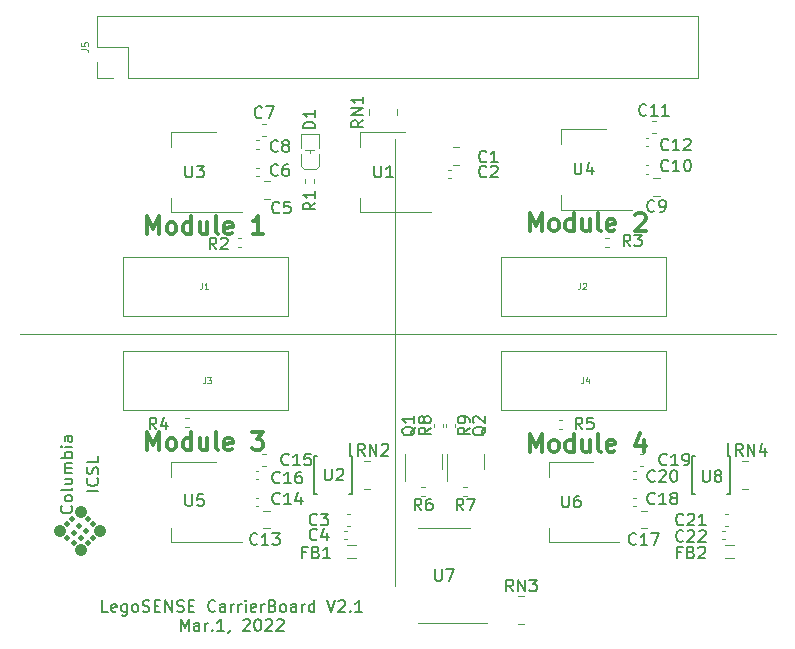
<source format=gbr>
%TF.GenerationSoftware,KiCad,Pcbnew,(6.0.0-0)*%
%TF.CreationDate,2023-03-08T15:11:31-05:00*%
%TF.ProjectId,carrier-board,63617272-6965-4722-9d62-6f6172642e6b,rev?*%
%TF.SameCoordinates,Original*%
%TF.FileFunction,Legend,Top*%
%TF.FilePolarity,Positive*%
%FSLAX46Y46*%
G04 Gerber Fmt 4.6, Leading zero omitted, Abs format (unit mm)*
G04 Created by KiCad (PCBNEW (6.0.0-0)) date 2023-03-08 15:11:31*
%MOMM*%
%LPD*%
G01*
G04 APERTURE LIST*
%ADD10C,0.120000*%
%ADD11C,0.300000*%
%ADD12C,0.150000*%
%ADD13C,0.100000*%
%ADD14C,0.080000*%
%ADD15C,0.200000*%
%ADD16C,1.000000*%
%ADD17C,0.500000*%
G04 APERTURE END LIST*
D10*
X107308800Y-105296000D02*
X107308800Y-143142000D01*
X75500000Y-121755200D02*
X139500000Y-121755200D01*
D11*
X86322657Y-113340571D02*
X86322657Y-111840571D01*
X86822657Y-112912000D01*
X87322657Y-111840571D01*
X87322657Y-113340571D01*
X88251228Y-113340571D02*
X88108371Y-113269142D01*
X88036942Y-113197714D01*
X87965514Y-113054857D01*
X87965514Y-112626285D01*
X88036942Y-112483428D01*
X88108371Y-112412000D01*
X88251228Y-112340571D01*
X88465514Y-112340571D01*
X88608371Y-112412000D01*
X88679800Y-112483428D01*
X88751228Y-112626285D01*
X88751228Y-113054857D01*
X88679800Y-113197714D01*
X88608371Y-113269142D01*
X88465514Y-113340571D01*
X88251228Y-113340571D01*
X90036942Y-113340571D02*
X90036942Y-111840571D01*
X90036942Y-113269142D02*
X89894085Y-113340571D01*
X89608371Y-113340571D01*
X89465514Y-113269142D01*
X89394085Y-113197714D01*
X89322657Y-113054857D01*
X89322657Y-112626285D01*
X89394085Y-112483428D01*
X89465514Y-112412000D01*
X89608371Y-112340571D01*
X89894085Y-112340571D01*
X90036942Y-112412000D01*
X91394085Y-112340571D02*
X91394085Y-113340571D01*
X90751228Y-112340571D02*
X90751228Y-113126285D01*
X90822657Y-113269142D01*
X90965514Y-113340571D01*
X91179800Y-113340571D01*
X91322657Y-113269142D01*
X91394085Y-113197714D01*
X92322657Y-113340571D02*
X92179800Y-113269142D01*
X92108371Y-113126285D01*
X92108371Y-111840571D01*
X93465514Y-113269142D02*
X93322657Y-113340571D01*
X93036942Y-113340571D01*
X92894085Y-113269142D01*
X92822657Y-113126285D01*
X92822657Y-112554857D01*
X92894085Y-112412000D01*
X93036942Y-112340571D01*
X93322657Y-112340571D01*
X93465514Y-112412000D01*
X93536942Y-112554857D01*
X93536942Y-112697714D01*
X92822657Y-112840571D01*
X96108371Y-113340571D02*
X95251228Y-113340571D01*
X95679800Y-113340571D02*
X95679800Y-111840571D01*
X95536942Y-112054857D01*
X95394085Y-112197714D01*
X95251228Y-112269142D01*
X118707657Y-113086571D02*
X118707657Y-111586571D01*
X119207657Y-112658000D01*
X119707657Y-111586571D01*
X119707657Y-113086571D01*
X120636228Y-113086571D02*
X120493371Y-113015142D01*
X120421942Y-112943714D01*
X120350514Y-112800857D01*
X120350514Y-112372285D01*
X120421942Y-112229428D01*
X120493371Y-112158000D01*
X120636228Y-112086571D01*
X120850514Y-112086571D01*
X120993371Y-112158000D01*
X121064800Y-112229428D01*
X121136228Y-112372285D01*
X121136228Y-112800857D01*
X121064800Y-112943714D01*
X120993371Y-113015142D01*
X120850514Y-113086571D01*
X120636228Y-113086571D01*
X122421942Y-113086571D02*
X122421942Y-111586571D01*
X122421942Y-113015142D02*
X122279085Y-113086571D01*
X121993371Y-113086571D01*
X121850514Y-113015142D01*
X121779085Y-112943714D01*
X121707657Y-112800857D01*
X121707657Y-112372285D01*
X121779085Y-112229428D01*
X121850514Y-112158000D01*
X121993371Y-112086571D01*
X122279085Y-112086571D01*
X122421942Y-112158000D01*
X123779085Y-112086571D02*
X123779085Y-113086571D01*
X123136228Y-112086571D02*
X123136228Y-112872285D01*
X123207657Y-113015142D01*
X123350514Y-113086571D01*
X123564800Y-113086571D01*
X123707657Y-113015142D01*
X123779085Y-112943714D01*
X124707657Y-113086571D02*
X124564800Y-113015142D01*
X124493371Y-112872285D01*
X124493371Y-111586571D01*
X125850514Y-113015142D02*
X125707657Y-113086571D01*
X125421942Y-113086571D01*
X125279085Y-113015142D01*
X125207657Y-112872285D01*
X125207657Y-112300857D01*
X125279085Y-112158000D01*
X125421942Y-112086571D01*
X125707657Y-112086571D01*
X125850514Y-112158000D01*
X125921942Y-112300857D01*
X125921942Y-112443714D01*
X125207657Y-112586571D01*
X127636228Y-111729428D02*
X127707657Y-111658000D01*
X127850514Y-111586571D01*
X128207657Y-111586571D01*
X128350514Y-111658000D01*
X128421942Y-111729428D01*
X128493371Y-111872285D01*
X128493371Y-112015142D01*
X128421942Y-112229428D01*
X127564800Y-113086571D01*
X128493371Y-113086571D01*
X118707657Y-131755571D02*
X118707657Y-130255571D01*
X119207657Y-131327000D01*
X119707657Y-130255571D01*
X119707657Y-131755571D01*
X120636228Y-131755571D02*
X120493371Y-131684142D01*
X120421942Y-131612714D01*
X120350514Y-131469857D01*
X120350514Y-131041285D01*
X120421942Y-130898428D01*
X120493371Y-130827000D01*
X120636228Y-130755571D01*
X120850514Y-130755571D01*
X120993371Y-130827000D01*
X121064800Y-130898428D01*
X121136228Y-131041285D01*
X121136228Y-131469857D01*
X121064800Y-131612714D01*
X120993371Y-131684142D01*
X120850514Y-131755571D01*
X120636228Y-131755571D01*
X122421942Y-131755571D02*
X122421942Y-130255571D01*
X122421942Y-131684142D02*
X122279085Y-131755571D01*
X121993371Y-131755571D01*
X121850514Y-131684142D01*
X121779085Y-131612714D01*
X121707657Y-131469857D01*
X121707657Y-131041285D01*
X121779085Y-130898428D01*
X121850514Y-130827000D01*
X121993371Y-130755571D01*
X122279085Y-130755571D01*
X122421942Y-130827000D01*
X123779085Y-130755571D02*
X123779085Y-131755571D01*
X123136228Y-130755571D02*
X123136228Y-131541285D01*
X123207657Y-131684142D01*
X123350514Y-131755571D01*
X123564800Y-131755571D01*
X123707657Y-131684142D01*
X123779085Y-131612714D01*
X124707657Y-131755571D02*
X124564800Y-131684142D01*
X124493371Y-131541285D01*
X124493371Y-130255571D01*
X125850514Y-131684142D02*
X125707657Y-131755571D01*
X125421942Y-131755571D01*
X125279085Y-131684142D01*
X125207657Y-131541285D01*
X125207657Y-130969857D01*
X125279085Y-130827000D01*
X125421942Y-130755571D01*
X125707657Y-130755571D01*
X125850514Y-130827000D01*
X125921942Y-130969857D01*
X125921942Y-131112714D01*
X125207657Y-131255571D01*
X128350514Y-130755571D02*
X128350514Y-131755571D01*
X127993371Y-130184142D02*
X127636228Y-131255571D01*
X128564800Y-131255571D01*
X86322657Y-131628571D02*
X86322657Y-130128571D01*
X86822657Y-131200000D01*
X87322657Y-130128571D01*
X87322657Y-131628571D01*
X88251228Y-131628571D02*
X88108371Y-131557142D01*
X88036942Y-131485714D01*
X87965514Y-131342857D01*
X87965514Y-130914285D01*
X88036942Y-130771428D01*
X88108371Y-130700000D01*
X88251228Y-130628571D01*
X88465514Y-130628571D01*
X88608371Y-130700000D01*
X88679800Y-130771428D01*
X88751228Y-130914285D01*
X88751228Y-131342857D01*
X88679800Y-131485714D01*
X88608371Y-131557142D01*
X88465514Y-131628571D01*
X88251228Y-131628571D01*
X90036942Y-131628571D02*
X90036942Y-130128571D01*
X90036942Y-131557142D02*
X89894085Y-131628571D01*
X89608371Y-131628571D01*
X89465514Y-131557142D01*
X89394085Y-131485714D01*
X89322657Y-131342857D01*
X89322657Y-130914285D01*
X89394085Y-130771428D01*
X89465514Y-130700000D01*
X89608371Y-130628571D01*
X89894085Y-130628571D01*
X90036942Y-130700000D01*
X91394085Y-130628571D02*
X91394085Y-131628571D01*
X90751228Y-130628571D02*
X90751228Y-131414285D01*
X90822657Y-131557142D01*
X90965514Y-131628571D01*
X91179800Y-131628571D01*
X91322657Y-131557142D01*
X91394085Y-131485714D01*
X92322657Y-131628571D02*
X92179800Y-131557142D01*
X92108371Y-131414285D01*
X92108371Y-130128571D01*
X93465514Y-131557142D02*
X93322657Y-131628571D01*
X93036942Y-131628571D01*
X92894085Y-131557142D01*
X92822657Y-131414285D01*
X92822657Y-130842857D01*
X92894085Y-130700000D01*
X93036942Y-130628571D01*
X93322657Y-130628571D01*
X93465514Y-130700000D01*
X93536942Y-130842857D01*
X93536942Y-130985714D01*
X92822657Y-131128571D01*
X95179800Y-130128571D02*
X96108371Y-130128571D01*
X95608371Y-130700000D01*
X95822657Y-130700000D01*
X95965514Y-130771428D01*
X96036942Y-130842857D01*
X96108371Y-130985714D01*
X96108371Y-131342857D01*
X96036942Y-131485714D01*
X95965514Y-131557142D01*
X95822657Y-131628571D01*
X95394085Y-131628571D01*
X95251228Y-131557142D01*
X95179800Y-131485714D01*
D12*
X82965800Y-145329380D02*
X82489609Y-145329380D01*
X82489609Y-144329380D01*
X83680085Y-145281761D02*
X83584847Y-145329380D01*
X83394371Y-145329380D01*
X83299133Y-145281761D01*
X83251514Y-145186523D01*
X83251514Y-144805571D01*
X83299133Y-144710333D01*
X83394371Y-144662714D01*
X83584847Y-144662714D01*
X83680085Y-144710333D01*
X83727704Y-144805571D01*
X83727704Y-144900809D01*
X83251514Y-144996047D01*
X84584847Y-144662714D02*
X84584847Y-145472238D01*
X84537228Y-145567476D01*
X84489609Y-145615095D01*
X84394371Y-145662714D01*
X84251514Y-145662714D01*
X84156276Y-145615095D01*
X84584847Y-145281761D02*
X84489609Y-145329380D01*
X84299133Y-145329380D01*
X84203895Y-145281761D01*
X84156276Y-145234142D01*
X84108657Y-145138904D01*
X84108657Y-144853190D01*
X84156276Y-144757952D01*
X84203895Y-144710333D01*
X84299133Y-144662714D01*
X84489609Y-144662714D01*
X84584847Y-144710333D01*
X85203895Y-145329380D02*
X85108657Y-145281761D01*
X85061038Y-145234142D01*
X85013419Y-145138904D01*
X85013419Y-144853190D01*
X85061038Y-144757952D01*
X85108657Y-144710333D01*
X85203895Y-144662714D01*
X85346752Y-144662714D01*
X85441990Y-144710333D01*
X85489609Y-144757952D01*
X85537228Y-144853190D01*
X85537228Y-145138904D01*
X85489609Y-145234142D01*
X85441990Y-145281761D01*
X85346752Y-145329380D01*
X85203895Y-145329380D01*
X85918180Y-145281761D02*
X86061038Y-145329380D01*
X86299133Y-145329380D01*
X86394371Y-145281761D01*
X86441990Y-145234142D01*
X86489609Y-145138904D01*
X86489609Y-145043666D01*
X86441990Y-144948428D01*
X86394371Y-144900809D01*
X86299133Y-144853190D01*
X86108657Y-144805571D01*
X86013419Y-144757952D01*
X85965800Y-144710333D01*
X85918180Y-144615095D01*
X85918180Y-144519857D01*
X85965800Y-144424619D01*
X86013419Y-144377000D01*
X86108657Y-144329380D01*
X86346752Y-144329380D01*
X86489609Y-144377000D01*
X86918180Y-144805571D02*
X87251514Y-144805571D01*
X87394371Y-145329380D02*
X86918180Y-145329380D01*
X86918180Y-144329380D01*
X87394371Y-144329380D01*
X87822942Y-145329380D02*
X87822942Y-144329380D01*
X88394371Y-145329380D01*
X88394371Y-144329380D01*
X88822942Y-145281761D02*
X88965800Y-145329380D01*
X89203895Y-145329380D01*
X89299133Y-145281761D01*
X89346752Y-145234142D01*
X89394371Y-145138904D01*
X89394371Y-145043666D01*
X89346752Y-144948428D01*
X89299133Y-144900809D01*
X89203895Y-144853190D01*
X89013419Y-144805571D01*
X88918180Y-144757952D01*
X88870561Y-144710333D01*
X88822942Y-144615095D01*
X88822942Y-144519857D01*
X88870561Y-144424619D01*
X88918180Y-144377000D01*
X89013419Y-144329380D01*
X89251514Y-144329380D01*
X89394371Y-144377000D01*
X89822942Y-144805571D02*
X90156276Y-144805571D01*
X90299133Y-145329380D02*
X89822942Y-145329380D01*
X89822942Y-144329380D01*
X90299133Y-144329380D01*
X92061038Y-145234142D02*
X92013419Y-145281761D01*
X91870561Y-145329380D01*
X91775323Y-145329380D01*
X91632466Y-145281761D01*
X91537228Y-145186523D01*
X91489609Y-145091285D01*
X91441990Y-144900809D01*
X91441990Y-144757952D01*
X91489609Y-144567476D01*
X91537228Y-144472238D01*
X91632466Y-144377000D01*
X91775323Y-144329380D01*
X91870561Y-144329380D01*
X92013419Y-144377000D01*
X92061038Y-144424619D01*
X92918180Y-145329380D02*
X92918180Y-144805571D01*
X92870561Y-144710333D01*
X92775323Y-144662714D01*
X92584847Y-144662714D01*
X92489609Y-144710333D01*
X92918180Y-145281761D02*
X92822942Y-145329380D01*
X92584847Y-145329380D01*
X92489609Y-145281761D01*
X92441990Y-145186523D01*
X92441990Y-145091285D01*
X92489609Y-144996047D01*
X92584847Y-144948428D01*
X92822942Y-144948428D01*
X92918180Y-144900809D01*
X93394371Y-145329380D02*
X93394371Y-144662714D01*
X93394371Y-144853190D02*
X93441990Y-144757952D01*
X93489609Y-144710333D01*
X93584847Y-144662714D01*
X93680085Y-144662714D01*
X94013419Y-145329380D02*
X94013419Y-144662714D01*
X94013419Y-144853190D02*
X94061038Y-144757952D01*
X94108657Y-144710333D01*
X94203895Y-144662714D01*
X94299133Y-144662714D01*
X94632466Y-145329380D02*
X94632466Y-144662714D01*
X94632466Y-144329380D02*
X94584847Y-144377000D01*
X94632466Y-144424619D01*
X94680085Y-144377000D01*
X94632466Y-144329380D01*
X94632466Y-144424619D01*
X95489609Y-145281761D02*
X95394371Y-145329380D01*
X95203895Y-145329380D01*
X95108657Y-145281761D01*
X95061038Y-145186523D01*
X95061038Y-144805571D01*
X95108657Y-144710333D01*
X95203895Y-144662714D01*
X95394371Y-144662714D01*
X95489609Y-144710333D01*
X95537228Y-144805571D01*
X95537228Y-144900809D01*
X95061038Y-144996047D01*
X95965800Y-145329380D02*
X95965800Y-144662714D01*
X95965800Y-144853190D02*
X96013419Y-144757952D01*
X96061038Y-144710333D01*
X96156276Y-144662714D01*
X96251514Y-144662714D01*
X96918180Y-144805571D02*
X97061038Y-144853190D01*
X97108657Y-144900809D01*
X97156276Y-144996047D01*
X97156276Y-145138904D01*
X97108657Y-145234142D01*
X97061038Y-145281761D01*
X96965800Y-145329380D01*
X96584847Y-145329380D01*
X96584847Y-144329380D01*
X96918180Y-144329380D01*
X97013419Y-144377000D01*
X97061038Y-144424619D01*
X97108657Y-144519857D01*
X97108657Y-144615095D01*
X97061038Y-144710333D01*
X97013419Y-144757952D01*
X96918180Y-144805571D01*
X96584847Y-144805571D01*
X97727704Y-145329380D02*
X97632466Y-145281761D01*
X97584847Y-145234142D01*
X97537228Y-145138904D01*
X97537228Y-144853190D01*
X97584847Y-144757952D01*
X97632466Y-144710333D01*
X97727704Y-144662714D01*
X97870561Y-144662714D01*
X97965800Y-144710333D01*
X98013419Y-144757952D01*
X98061038Y-144853190D01*
X98061038Y-145138904D01*
X98013419Y-145234142D01*
X97965800Y-145281761D01*
X97870561Y-145329380D01*
X97727704Y-145329380D01*
X98918180Y-145329380D02*
X98918180Y-144805571D01*
X98870561Y-144710333D01*
X98775323Y-144662714D01*
X98584847Y-144662714D01*
X98489609Y-144710333D01*
X98918180Y-145281761D02*
X98822942Y-145329380D01*
X98584847Y-145329380D01*
X98489609Y-145281761D01*
X98441990Y-145186523D01*
X98441990Y-145091285D01*
X98489609Y-144996047D01*
X98584847Y-144948428D01*
X98822942Y-144948428D01*
X98918180Y-144900809D01*
X99394371Y-145329380D02*
X99394371Y-144662714D01*
X99394371Y-144853190D02*
X99441990Y-144757952D01*
X99489609Y-144710333D01*
X99584847Y-144662714D01*
X99680085Y-144662714D01*
X100441990Y-145329380D02*
X100441990Y-144329380D01*
X100441990Y-145281761D02*
X100346752Y-145329380D01*
X100156276Y-145329380D01*
X100061038Y-145281761D01*
X100013419Y-145234142D01*
X99965800Y-145138904D01*
X99965800Y-144853190D01*
X100013419Y-144757952D01*
X100061038Y-144710333D01*
X100156276Y-144662714D01*
X100346752Y-144662714D01*
X100441990Y-144710333D01*
X101537228Y-144329380D02*
X101870561Y-145329380D01*
X102203895Y-144329380D01*
X102489609Y-144424619D02*
X102537228Y-144377000D01*
X102632466Y-144329380D01*
X102870561Y-144329380D01*
X102965800Y-144377000D01*
X103013419Y-144424619D01*
X103061038Y-144519857D01*
X103061038Y-144615095D01*
X103013419Y-144757952D01*
X102441990Y-145329380D01*
X103061038Y-145329380D01*
X103489609Y-145234142D02*
X103537228Y-145281761D01*
X103489609Y-145329380D01*
X103441990Y-145281761D01*
X103489609Y-145234142D01*
X103489609Y-145329380D01*
X104489609Y-145329380D02*
X103918180Y-145329380D01*
X104203895Y-145329380D02*
X104203895Y-144329380D01*
X104108657Y-144472238D01*
X104013419Y-144567476D01*
X103918180Y-144615095D01*
X89132466Y-146939380D02*
X89132466Y-145939380D01*
X89465800Y-146653666D01*
X89799133Y-145939380D01*
X89799133Y-146939380D01*
X90703895Y-146939380D02*
X90703895Y-146415571D01*
X90656276Y-146320333D01*
X90561038Y-146272714D01*
X90370561Y-146272714D01*
X90275323Y-146320333D01*
X90703895Y-146891761D02*
X90608657Y-146939380D01*
X90370561Y-146939380D01*
X90275323Y-146891761D01*
X90227704Y-146796523D01*
X90227704Y-146701285D01*
X90275323Y-146606047D01*
X90370561Y-146558428D01*
X90608657Y-146558428D01*
X90703895Y-146510809D01*
X91180085Y-146939380D02*
X91180085Y-146272714D01*
X91180085Y-146463190D02*
X91227704Y-146367952D01*
X91275323Y-146320333D01*
X91370561Y-146272714D01*
X91465800Y-146272714D01*
X91799133Y-146844142D02*
X91846752Y-146891761D01*
X91799133Y-146939380D01*
X91751514Y-146891761D01*
X91799133Y-146844142D01*
X91799133Y-146939380D01*
X92799133Y-146939380D02*
X92227704Y-146939380D01*
X92513419Y-146939380D02*
X92513419Y-145939380D01*
X92418180Y-146082238D01*
X92322942Y-146177476D01*
X92227704Y-146225095D01*
X93275323Y-146891761D02*
X93275323Y-146939380D01*
X93227704Y-147034619D01*
X93180085Y-147082238D01*
X94418180Y-146034619D02*
X94465800Y-145987000D01*
X94561038Y-145939380D01*
X94799133Y-145939380D01*
X94894371Y-145987000D01*
X94941990Y-146034619D01*
X94989609Y-146129857D01*
X94989609Y-146225095D01*
X94941990Y-146367952D01*
X94370561Y-146939380D01*
X94989609Y-146939380D01*
X95608657Y-145939380D02*
X95703895Y-145939380D01*
X95799133Y-145987000D01*
X95846752Y-146034619D01*
X95894371Y-146129857D01*
X95941990Y-146320333D01*
X95941990Y-146558428D01*
X95894371Y-146748904D01*
X95846752Y-146844142D01*
X95799133Y-146891761D01*
X95703895Y-146939380D01*
X95608657Y-146939380D01*
X95513419Y-146891761D01*
X95465800Y-146844142D01*
X95418180Y-146748904D01*
X95370561Y-146558428D01*
X95370561Y-146320333D01*
X95418180Y-146129857D01*
X95465800Y-146034619D01*
X95513419Y-145987000D01*
X95608657Y-145939380D01*
X96322942Y-146034619D02*
X96370561Y-145987000D01*
X96465800Y-145939380D01*
X96703895Y-145939380D01*
X96799133Y-145987000D01*
X96846752Y-146034619D01*
X96894371Y-146129857D01*
X96894371Y-146225095D01*
X96846752Y-146367952D01*
X96275323Y-146939380D01*
X96894371Y-146939380D01*
X97275323Y-146034619D02*
X97322942Y-145987000D01*
X97418180Y-145939380D01*
X97656276Y-145939380D01*
X97751514Y-145987000D01*
X97799133Y-146034619D01*
X97846752Y-146129857D01*
X97846752Y-146225095D01*
X97799133Y-146367952D01*
X97227704Y-146939380D01*
X97846752Y-146939380D01*
D13*
%TO.C,J1*%
X90956333Y-117476190D02*
X90956333Y-117833333D01*
X90932523Y-117904761D01*
X90884904Y-117952380D01*
X90813476Y-117976190D01*
X90765857Y-117976190D01*
X91456333Y-117976190D02*
X91170619Y-117976190D01*
X91313476Y-117976190D02*
X91313476Y-117476190D01*
X91265857Y-117547619D01*
X91218238Y-117595238D01*
X91170619Y-117619047D01*
%TO.C,J2*%
X122956333Y-117476190D02*
X122956333Y-117833333D01*
X122932523Y-117904761D01*
X122884904Y-117952380D01*
X122813476Y-117976190D01*
X122765857Y-117976190D01*
X123170619Y-117523809D02*
X123194428Y-117500000D01*
X123242047Y-117476190D01*
X123361095Y-117476190D01*
X123408714Y-117500000D01*
X123432523Y-117523809D01*
X123456333Y-117571428D01*
X123456333Y-117619047D01*
X123432523Y-117690476D01*
X123146809Y-117976190D01*
X123456333Y-117976190D01*
%TO.C,J3*%
X91210333Y-125476190D02*
X91210333Y-125833333D01*
X91186523Y-125904761D01*
X91138904Y-125952380D01*
X91067476Y-125976190D01*
X91019857Y-125976190D01*
X91400809Y-125476190D02*
X91710333Y-125476190D01*
X91543666Y-125666666D01*
X91615095Y-125666666D01*
X91662714Y-125690476D01*
X91686523Y-125714285D01*
X91710333Y-125761904D01*
X91710333Y-125880952D01*
X91686523Y-125928571D01*
X91662714Y-125952380D01*
X91615095Y-125976190D01*
X91472238Y-125976190D01*
X91424619Y-125952380D01*
X91400809Y-125928571D01*
%TO.C,J4*%
X123210333Y-125476190D02*
X123210333Y-125833333D01*
X123186523Y-125904761D01*
X123138904Y-125952380D01*
X123067476Y-125976190D01*
X123019857Y-125976190D01*
X123662714Y-125642857D02*
X123662714Y-125976190D01*
X123543666Y-125452380D02*
X123424619Y-125809523D01*
X123734142Y-125809523D01*
D14*
%TO.C,J5*%
X80711428Y-97700000D02*
X81140000Y-97700000D01*
X81225714Y-97728571D01*
X81282857Y-97785714D01*
X81311428Y-97871428D01*
X81311428Y-97928571D01*
X80711428Y-97128571D02*
X80711428Y-97414285D01*
X80997142Y-97442857D01*
X80968571Y-97414285D01*
X80940000Y-97357142D01*
X80940000Y-97214285D01*
X80968571Y-97157142D01*
X80997142Y-97128571D01*
X81054285Y-97100000D01*
X81197142Y-97100000D01*
X81254285Y-97128571D01*
X81282857Y-97157142D01*
X81311428Y-97214285D01*
X81311428Y-97357142D01*
X81282857Y-97414285D01*
X81254285Y-97442857D01*
D12*
%TO.C,U7*%
X110687095Y-141710380D02*
X110687095Y-142519904D01*
X110734714Y-142615142D01*
X110782333Y-142662761D01*
X110877571Y-142710380D01*
X111068047Y-142710380D01*
X111163285Y-142662761D01*
X111210904Y-142615142D01*
X111258523Y-142519904D01*
X111258523Y-141710380D01*
X111639476Y-141710380D02*
X112306142Y-141710380D01*
X111877571Y-142710380D01*
%TO.C,FB1*%
X99744466Y-140276571D02*
X99411133Y-140276571D01*
X99411133Y-140800380D02*
X99411133Y-139800380D01*
X99887323Y-139800380D01*
X100601609Y-140276571D02*
X100744466Y-140324190D01*
X100792085Y-140371809D01*
X100839704Y-140467047D01*
X100839704Y-140609904D01*
X100792085Y-140705142D01*
X100744466Y-140752761D01*
X100649228Y-140800380D01*
X100268276Y-140800380D01*
X100268276Y-139800380D01*
X100601609Y-139800380D01*
X100696847Y-139848000D01*
X100744466Y-139895619D01*
X100792085Y-139990857D01*
X100792085Y-140086095D01*
X100744466Y-140181333D01*
X100696847Y-140228952D01*
X100601609Y-140276571D01*
X100268276Y-140276571D01*
X101792085Y-140800380D02*
X101220657Y-140800380D01*
X101506371Y-140800380D02*
X101506371Y-139800380D01*
X101411133Y-139943238D01*
X101315895Y-140038476D01*
X101220657Y-140086095D01*
%TO.C,C16*%
X97521942Y-134355142D02*
X97474323Y-134402761D01*
X97331466Y-134450380D01*
X97236228Y-134450380D01*
X97093371Y-134402761D01*
X96998133Y-134307523D01*
X96950514Y-134212285D01*
X96902895Y-134021809D01*
X96902895Y-133878952D01*
X96950514Y-133688476D01*
X96998133Y-133593238D01*
X97093371Y-133498000D01*
X97236228Y-133450380D01*
X97331466Y-133450380D01*
X97474323Y-133498000D01*
X97521942Y-133545619D01*
X98474323Y-134450380D02*
X97902895Y-134450380D01*
X98188609Y-134450380D02*
X98188609Y-133450380D01*
X98093371Y-133593238D01*
X97998133Y-133688476D01*
X97902895Y-133736095D01*
X99331466Y-133450380D02*
X99140990Y-133450380D01*
X99045752Y-133498000D01*
X98998133Y-133545619D01*
X98902895Y-133688476D01*
X98855276Y-133878952D01*
X98855276Y-134259904D01*
X98902895Y-134355142D01*
X98950514Y-134402761D01*
X99045752Y-134450380D01*
X99236228Y-134450380D01*
X99331466Y-134402761D01*
X99379085Y-134355142D01*
X99426704Y-134259904D01*
X99426704Y-134021809D01*
X99379085Y-133926571D01*
X99331466Y-133878952D01*
X99236228Y-133831333D01*
X99045752Y-133831333D01*
X98950514Y-133878952D01*
X98902895Y-133926571D01*
X98855276Y-134021809D01*
%TO.C,C2*%
X115016133Y-108447142D02*
X114968514Y-108494761D01*
X114825657Y-108542380D01*
X114730419Y-108542380D01*
X114587561Y-108494761D01*
X114492323Y-108399523D01*
X114444704Y-108304285D01*
X114397085Y-108113809D01*
X114397085Y-107970952D01*
X114444704Y-107780476D01*
X114492323Y-107685238D01*
X114587561Y-107590000D01*
X114730419Y-107542380D01*
X114825657Y-107542380D01*
X114968514Y-107590000D01*
X115016133Y-107637619D01*
X115397085Y-107637619D02*
X115444704Y-107590000D01*
X115539942Y-107542380D01*
X115778038Y-107542380D01*
X115873276Y-107590000D01*
X115920895Y-107637619D01*
X115968514Y-107732857D01*
X115968514Y-107828095D01*
X115920895Y-107970952D01*
X115349466Y-108542380D01*
X115968514Y-108542380D01*
%TO.C,R9*%
X113603180Y-129719666D02*
X113126990Y-130053000D01*
X113603180Y-130291095D02*
X112603180Y-130291095D01*
X112603180Y-129910142D01*
X112650800Y-129814904D01*
X112698419Y-129767285D01*
X112793657Y-129719666D01*
X112936514Y-129719666D01*
X113031752Y-129767285D01*
X113079371Y-129814904D01*
X113126990Y-129910142D01*
X113126990Y-130291095D01*
X113603180Y-129243476D02*
X113603180Y-129053000D01*
X113555561Y-128957761D01*
X113507942Y-128910142D01*
X113365085Y-128814904D01*
X113174609Y-128767285D01*
X112793657Y-128767285D01*
X112698419Y-128814904D01*
X112650800Y-128862523D01*
X112603180Y-128957761D01*
X112603180Y-129148238D01*
X112650800Y-129243476D01*
X112698419Y-129291095D01*
X112793657Y-129338714D01*
X113031752Y-129338714D01*
X113126990Y-129291095D01*
X113174609Y-129243476D01*
X113222228Y-129148238D01*
X113222228Y-128957761D01*
X113174609Y-128862523D01*
X113126990Y-128814904D01*
X113031752Y-128767285D01*
%TO.C,R4*%
X87076133Y-129878380D02*
X86742800Y-129402190D01*
X86504704Y-129878380D02*
X86504704Y-128878380D01*
X86885657Y-128878380D01*
X86980895Y-128926000D01*
X87028514Y-128973619D01*
X87076133Y-129068857D01*
X87076133Y-129211714D01*
X87028514Y-129306952D01*
X86980895Y-129354571D01*
X86885657Y-129402190D01*
X86504704Y-129402190D01*
X87933276Y-129211714D02*
X87933276Y-129878380D01*
X87695180Y-128830761D02*
X87457085Y-129545047D01*
X88076133Y-129545047D01*
%TO.C,U6*%
X121424495Y-135482380D02*
X121424495Y-136291904D01*
X121472114Y-136387142D01*
X121519733Y-136434761D01*
X121614971Y-136482380D01*
X121805447Y-136482380D01*
X121900685Y-136434761D01*
X121948304Y-136387142D01*
X121995923Y-136291904D01*
X121995923Y-135482380D01*
X122900685Y-135482380D02*
X122710209Y-135482380D01*
X122614971Y-135530000D01*
X122567352Y-135577619D01*
X122472114Y-135720476D01*
X122424495Y-135910952D01*
X122424495Y-136291904D01*
X122472114Y-136387142D01*
X122519733Y-136434761D01*
X122614971Y-136482380D01*
X122805447Y-136482380D01*
X122900685Y-136434761D01*
X122948304Y-136387142D01*
X122995923Y-136291904D01*
X122995923Y-136053809D01*
X122948304Y-135958571D01*
X122900685Y-135910952D01*
X122805447Y-135863333D01*
X122614971Y-135863333D01*
X122519733Y-135910952D01*
X122472114Y-135958571D01*
X122424495Y-136053809D01*
%TO.C,R1*%
X100522180Y-110669666D02*
X100045990Y-111003000D01*
X100522180Y-111241095D02*
X99522180Y-111241095D01*
X99522180Y-110860142D01*
X99569800Y-110764904D01*
X99617419Y-110717285D01*
X99712657Y-110669666D01*
X99855514Y-110669666D01*
X99950752Y-110717285D01*
X99998371Y-110764904D01*
X100045990Y-110860142D01*
X100045990Y-111241095D01*
X100522180Y-109717285D02*
X100522180Y-110288714D01*
X100522180Y-110003000D02*
X99522180Y-110003000D01*
X99665038Y-110098238D01*
X99760276Y-110193476D01*
X99807895Y-110288714D01*
%TO.C,R2*%
X92156133Y-114638380D02*
X91822800Y-114162190D01*
X91584704Y-114638380D02*
X91584704Y-113638380D01*
X91965657Y-113638380D01*
X92060895Y-113686000D01*
X92108514Y-113733619D01*
X92156133Y-113828857D01*
X92156133Y-113971714D01*
X92108514Y-114066952D01*
X92060895Y-114114571D01*
X91965657Y-114162190D01*
X91584704Y-114162190D01*
X92537085Y-113733619D02*
X92584704Y-113686000D01*
X92679942Y-113638380D01*
X92918038Y-113638380D01*
X93013276Y-113686000D01*
X93060895Y-113733619D01*
X93108514Y-113828857D01*
X93108514Y-113924095D01*
X93060895Y-114066952D01*
X92489466Y-114638380D01*
X93108514Y-114638380D01*
%TO.C,C13*%
X95616942Y-139562142D02*
X95569323Y-139609761D01*
X95426466Y-139657380D01*
X95331228Y-139657380D01*
X95188371Y-139609761D01*
X95093133Y-139514523D01*
X95045514Y-139419285D01*
X94997895Y-139228809D01*
X94997895Y-139085952D01*
X95045514Y-138895476D01*
X95093133Y-138800238D01*
X95188371Y-138705000D01*
X95331228Y-138657380D01*
X95426466Y-138657380D01*
X95569323Y-138705000D01*
X95616942Y-138752619D01*
X96569323Y-139657380D02*
X95997895Y-139657380D01*
X96283609Y-139657380D02*
X96283609Y-138657380D01*
X96188371Y-138800238D01*
X96093133Y-138895476D01*
X95997895Y-138943095D01*
X96902657Y-138657380D02*
X97521704Y-138657380D01*
X97188371Y-139038333D01*
X97331228Y-139038333D01*
X97426466Y-139085952D01*
X97474085Y-139133571D01*
X97521704Y-139228809D01*
X97521704Y-139466904D01*
X97474085Y-139562142D01*
X97426466Y-139609761D01*
X97331228Y-139657380D01*
X97045514Y-139657380D01*
X96950276Y-139609761D01*
X96902657Y-139562142D01*
%TO.C,U1*%
X105530895Y-107542380D02*
X105530895Y-108351904D01*
X105578514Y-108447142D01*
X105626133Y-108494761D01*
X105721371Y-108542380D01*
X105911847Y-108542380D01*
X106007085Y-108494761D01*
X106054704Y-108447142D01*
X106102323Y-108351904D01*
X106102323Y-107542380D01*
X107102323Y-108542380D02*
X106530895Y-108542380D01*
X106816609Y-108542380D02*
X106816609Y-107542380D01*
X106721371Y-107685238D01*
X106626133Y-107780476D01*
X106530895Y-107828095D01*
%TO.C,C22*%
X131684942Y-139308142D02*
X131637323Y-139355761D01*
X131494466Y-139403380D01*
X131399228Y-139403380D01*
X131256371Y-139355761D01*
X131161133Y-139260523D01*
X131113514Y-139165285D01*
X131065895Y-138974809D01*
X131065895Y-138831952D01*
X131113514Y-138641476D01*
X131161133Y-138546238D01*
X131256371Y-138451000D01*
X131399228Y-138403380D01*
X131494466Y-138403380D01*
X131637323Y-138451000D01*
X131684942Y-138498619D01*
X132065895Y-138498619D02*
X132113514Y-138451000D01*
X132208752Y-138403380D01*
X132446847Y-138403380D01*
X132542085Y-138451000D01*
X132589704Y-138498619D01*
X132637323Y-138593857D01*
X132637323Y-138689095D01*
X132589704Y-138831952D01*
X132018276Y-139403380D01*
X132637323Y-139403380D01*
X133018276Y-138498619D02*
X133065895Y-138451000D01*
X133161133Y-138403380D01*
X133399228Y-138403380D01*
X133494466Y-138451000D01*
X133542085Y-138498619D01*
X133589704Y-138593857D01*
X133589704Y-138689095D01*
X133542085Y-138831952D01*
X132970657Y-139403380D01*
X133589704Y-139403380D01*
%TO.C,RN4*%
X136717323Y-132096380D02*
X136383990Y-131620190D01*
X136145895Y-132096380D02*
X136145895Y-131096380D01*
X136526847Y-131096380D01*
X136622085Y-131144000D01*
X136669704Y-131191619D01*
X136717323Y-131286857D01*
X136717323Y-131429714D01*
X136669704Y-131524952D01*
X136622085Y-131572571D01*
X136526847Y-131620190D01*
X136145895Y-131620190D01*
X137145895Y-132096380D02*
X137145895Y-131096380D01*
X137717323Y-132096380D01*
X137717323Y-131096380D01*
X138622085Y-131429714D02*
X138622085Y-132096380D01*
X138383990Y-131048761D02*
X138145895Y-131763047D01*
X138764942Y-131763047D01*
%TO.C,C15*%
X98283942Y-132831142D02*
X98236323Y-132878761D01*
X98093466Y-132926380D01*
X97998228Y-132926380D01*
X97855371Y-132878761D01*
X97760133Y-132783523D01*
X97712514Y-132688285D01*
X97664895Y-132497809D01*
X97664895Y-132354952D01*
X97712514Y-132164476D01*
X97760133Y-132069238D01*
X97855371Y-131974000D01*
X97998228Y-131926380D01*
X98093466Y-131926380D01*
X98236323Y-131974000D01*
X98283942Y-132021619D01*
X99236323Y-132926380D02*
X98664895Y-132926380D01*
X98950609Y-132926380D02*
X98950609Y-131926380D01*
X98855371Y-132069238D01*
X98760133Y-132164476D01*
X98664895Y-132212095D01*
X100141085Y-131926380D02*
X99664895Y-131926380D01*
X99617276Y-132402571D01*
X99664895Y-132354952D01*
X99760133Y-132307333D01*
X99998228Y-132307333D01*
X100093466Y-132354952D01*
X100141085Y-132402571D01*
X100188704Y-132497809D01*
X100188704Y-132735904D01*
X100141085Y-132831142D01*
X100093466Y-132878761D01*
X99998228Y-132926380D01*
X99760133Y-132926380D01*
X99664895Y-132878761D01*
X99617276Y-132831142D01*
%TO.C,C5*%
X97490133Y-111495142D02*
X97442514Y-111542761D01*
X97299657Y-111590380D01*
X97204419Y-111590380D01*
X97061561Y-111542761D01*
X96966323Y-111447523D01*
X96918704Y-111352285D01*
X96871085Y-111161809D01*
X96871085Y-111018952D01*
X96918704Y-110828476D01*
X96966323Y-110733238D01*
X97061561Y-110638000D01*
X97204419Y-110590380D01*
X97299657Y-110590380D01*
X97442514Y-110638000D01*
X97490133Y-110685619D01*
X98394895Y-110590380D02*
X97918704Y-110590380D01*
X97871085Y-111066571D01*
X97918704Y-111018952D01*
X98013942Y-110971333D01*
X98252038Y-110971333D01*
X98347276Y-111018952D01*
X98394895Y-111066571D01*
X98442514Y-111161809D01*
X98442514Y-111399904D01*
X98394895Y-111495142D01*
X98347276Y-111542761D01*
X98252038Y-111590380D01*
X98013942Y-111590380D01*
X97918704Y-111542761D01*
X97871085Y-111495142D01*
%TO.C,C3*%
X100665133Y-137911142D02*
X100617514Y-137958761D01*
X100474657Y-138006380D01*
X100379419Y-138006380D01*
X100236561Y-137958761D01*
X100141323Y-137863523D01*
X100093704Y-137768285D01*
X100046085Y-137577809D01*
X100046085Y-137434952D01*
X100093704Y-137244476D01*
X100141323Y-137149238D01*
X100236561Y-137054000D01*
X100379419Y-137006380D01*
X100474657Y-137006380D01*
X100617514Y-137054000D01*
X100665133Y-137101619D01*
X100998466Y-137006380D02*
X101617514Y-137006380D01*
X101284180Y-137387333D01*
X101427038Y-137387333D01*
X101522276Y-137434952D01*
X101569895Y-137482571D01*
X101617514Y-137577809D01*
X101617514Y-137815904D01*
X101569895Y-137911142D01*
X101522276Y-137958761D01*
X101427038Y-138006380D01*
X101141323Y-138006380D01*
X101046085Y-137958761D01*
X100998466Y-137911142D01*
%TO.C,Q1*%
X108999419Y-129648238D02*
X108951800Y-129743476D01*
X108856561Y-129838714D01*
X108713704Y-129981571D01*
X108666085Y-130076809D01*
X108666085Y-130172047D01*
X108904180Y-130124428D02*
X108856561Y-130219666D01*
X108761323Y-130314904D01*
X108570847Y-130362523D01*
X108237514Y-130362523D01*
X108047038Y-130314904D01*
X107951800Y-130219666D01*
X107904180Y-130124428D01*
X107904180Y-129933952D01*
X107951800Y-129838714D01*
X108047038Y-129743476D01*
X108237514Y-129695857D01*
X108570847Y-129695857D01*
X108761323Y-129743476D01*
X108856561Y-129838714D01*
X108904180Y-129933952D01*
X108904180Y-130124428D01*
X108904180Y-128743476D02*
X108904180Y-129314904D01*
X108904180Y-129029190D02*
X107904180Y-129029190D01*
X108047038Y-129124428D01*
X108142276Y-129219666D01*
X108189895Y-129314904D01*
%TO.C,C7*%
X96016933Y-103435742D02*
X95969314Y-103483361D01*
X95826457Y-103530980D01*
X95731219Y-103530980D01*
X95588361Y-103483361D01*
X95493123Y-103388123D01*
X95445504Y-103292885D01*
X95397885Y-103102409D01*
X95397885Y-102959552D01*
X95445504Y-102769076D01*
X95493123Y-102673838D01*
X95588361Y-102578600D01*
X95731219Y-102530980D01*
X95826457Y-102530980D01*
X95969314Y-102578600D01*
X96016933Y-102626219D01*
X96350266Y-102530980D02*
X97016933Y-102530980D01*
X96588361Y-103530980D01*
%TO.C,R3*%
X127208133Y-114384380D02*
X126874800Y-113908190D01*
X126636704Y-114384380D02*
X126636704Y-113384380D01*
X127017657Y-113384380D01*
X127112895Y-113432000D01*
X127160514Y-113479619D01*
X127208133Y-113574857D01*
X127208133Y-113717714D01*
X127160514Y-113812952D01*
X127112895Y-113860571D01*
X127017657Y-113908190D01*
X126636704Y-113908190D01*
X127541466Y-113384380D02*
X128160514Y-113384380D01*
X127827180Y-113765333D01*
X127970038Y-113765333D01*
X128065276Y-113812952D01*
X128112895Y-113860571D01*
X128160514Y-113955809D01*
X128160514Y-114193904D01*
X128112895Y-114289142D01*
X128065276Y-114336761D01*
X127970038Y-114384380D01*
X127684323Y-114384380D01*
X127589085Y-114336761D01*
X127541466Y-114289142D01*
%TO.C,RN2*%
X104713323Y-132096380D02*
X104379990Y-131620190D01*
X104141895Y-132096380D02*
X104141895Y-131096380D01*
X104522847Y-131096380D01*
X104618085Y-131144000D01*
X104665704Y-131191619D01*
X104713323Y-131286857D01*
X104713323Y-131429714D01*
X104665704Y-131524952D01*
X104618085Y-131572571D01*
X104522847Y-131620190D01*
X104141895Y-131620190D01*
X105141895Y-132096380D02*
X105141895Y-131096380D01*
X105713323Y-132096380D01*
X105713323Y-131096380D01*
X106141895Y-131191619D02*
X106189514Y-131144000D01*
X106284752Y-131096380D01*
X106522847Y-131096380D01*
X106618085Y-131144000D01*
X106665704Y-131191619D01*
X106713323Y-131286857D01*
X106713323Y-131382095D01*
X106665704Y-131524952D01*
X106094276Y-132096380D01*
X106713323Y-132096380D01*
%TO.C,U2*%
X101339895Y-133196380D02*
X101339895Y-134005904D01*
X101387514Y-134101142D01*
X101435133Y-134148761D01*
X101530371Y-134196380D01*
X101720847Y-134196380D01*
X101816085Y-134148761D01*
X101863704Y-134101142D01*
X101911323Y-134005904D01*
X101911323Y-133196380D01*
X102339895Y-133291619D02*
X102387514Y-133244000D01*
X102482752Y-133196380D01*
X102720847Y-133196380D01*
X102816085Y-133244000D01*
X102863704Y-133291619D01*
X102911323Y-133386857D01*
X102911323Y-133482095D01*
X102863704Y-133624952D01*
X102292276Y-134196380D01*
X102911323Y-134196380D01*
%TO.C,C18*%
X129271942Y-136133142D02*
X129224323Y-136180761D01*
X129081466Y-136228380D01*
X128986228Y-136228380D01*
X128843371Y-136180761D01*
X128748133Y-136085523D01*
X128700514Y-135990285D01*
X128652895Y-135799809D01*
X128652895Y-135656952D01*
X128700514Y-135466476D01*
X128748133Y-135371238D01*
X128843371Y-135276000D01*
X128986228Y-135228380D01*
X129081466Y-135228380D01*
X129224323Y-135276000D01*
X129271942Y-135323619D01*
X130224323Y-136228380D02*
X129652895Y-136228380D01*
X129938609Y-136228380D02*
X129938609Y-135228380D01*
X129843371Y-135371238D01*
X129748133Y-135466476D01*
X129652895Y-135514095D01*
X130795752Y-135656952D02*
X130700514Y-135609333D01*
X130652895Y-135561714D01*
X130605276Y-135466476D01*
X130605276Y-135418857D01*
X130652895Y-135323619D01*
X130700514Y-135276000D01*
X130795752Y-135228380D01*
X130986228Y-135228380D01*
X131081466Y-135276000D01*
X131129085Y-135323619D01*
X131176704Y-135418857D01*
X131176704Y-135466476D01*
X131129085Y-135561714D01*
X131081466Y-135609333D01*
X130986228Y-135656952D01*
X130795752Y-135656952D01*
X130700514Y-135704571D01*
X130652895Y-135752190D01*
X130605276Y-135847428D01*
X130605276Y-136037904D01*
X130652895Y-136133142D01*
X130700514Y-136180761D01*
X130795752Y-136228380D01*
X130986228Y-136228380D01*
X131081466Y-136180761D01*
X131129085Y-136133142D01*
X131176704Y-136037904D01*
X131176704Y-135847428D01*
X131129085Y-135752190D01*
X131081466Y-135704571D01*
X130986228Y-135656952D01*
%TO.C,R5*%
X123144133Y-129878380D02*
X122810800Y-129402190D01*
X122572704Y-129878380D02*
X122572704Y-128878380D01*
X122953657Y-128878380D01*
X123048895Y-128926000D01*
X123096514Y-128973619D01*
X123144133Y-129068857D01*
X123144133Y-129211714D01*
X123096514Y-129306952D01*
X123048895Y-129354571D01*
X122953657Y-129402190D01*
X122572704Y-129402190D01*
X124048895Y-128878380D02*
X123572704Y-128878380D01*
X123525085Y-129354571D01*
X123572704Y-129306952D01*
X123667942Y-129259333D01*
X123906038Y-129259333D01*
X124001276Y-129306952D01*
X124048895Y-129354571D01*
X124096514Y-129449809D01*
X124096514Y-129687904D01*
X124048895Y-129783142D01*
X124001276Y-129830761D01*
X123906038Y-129878380D01*
X123667942Y-129878380D01*
X123572704Y-129830761D01*
X123525085Y-129783142D01*
%TO.C,C12*%
X130414942Y-106161142D02*
X130367323Y-106208761D01*
X130224466Y-106256380D01*
X130129228Y-106256380D01*
X129986371Y-106208761D01*
X129891133Y-106113523D01*
X129843514Y-106018285D01*
X129795895Y-105827809D01*
X129795895Y-105684952D01*
X129843514Y-105494476D01*
X129891133Y-105399238D01*
X129986371Y-105304000D01*
X130129228Y-105256380D01*
X130224466Y-105256380D01*
X130367323Y-105304000D01*
X130414942Y-105351619D01*
X131367323Y-106256380D02*
X130795895Y-106256380D01*
X131081609Y-106256380D02*
X131081609Y-105256380D01*
X130986371Y-105399238D01*
X130891133Y-105494476D01*
X130795895Y-105542095D01*
X131748276Y-105351619D02*
X131795895Y-105304000D01*
X131891133Y-105256380D01*
X132129228Y-105256380D01*
X132224466Y-105304000D01*
X132272085Y-105351619D01*
X132319704Y-105446857D01*
X132319704Y-105542095D01*
X132272085Y-105684952D01*
X131700657Y-106256380D01*
X132319704Y-106256380D01*
%TO.C,C10*%
X130414942Y-107939142D02*
X130367323Y-107986761D01*
X130224466Y-108034380D01*
X130129228Y-108034380D01*
X129986371Y-107986761D01*
X129891133Y-107891523D01*
X129843514Y-107796285D01*
X129795895Y-107605809D01*
X129795895Y-107462952D01*
X129843514Y-107272476D01*
X129891133Y-107177238D01*
X129986371Y-107082000D01*
X130129228Y-107034380D01*
X130224466Y-107034380D01*
X130367323Y-107082000D01*
X130414942Y-107129619D01*
X131367323Y-108034380D02*
X130795895Y-108034380D01*
X131081609Y-108034380D02*
X131081609Y-107034380D01*
X130986371Y-107177238D01*
X130891133Y-107272476D01*
X130795895Y-107320095D01*
X131986371Y-107034380D02*
X132081609Y-107034380D01*
X132176847Y-107082000D01*
X132224466Y-107129619D01*
X132272085Y-107224857D01*
X132319704Y-107415333D01*
X132319704Y-107653428D01*
X132272085Y-107843904D01*
X132224466Y-107939142D01*
X132176847Y-107986761D01*
X132081609Y-108034380D01*
X131986371Y-108034380D01*
X131891133Y-107986761D01*
X131843514Y-107939142D01*
X131795895Y-107843904D01*
X131748276Y-107653428D01*
X131748276Y-107415333D01*
X131795895Y-107224857D01*
X131843514Y-107129619D01*
X131891133Y-107082000D01*
X131986371Y-107034380D01*
%TO.C,R6*%
X109504333Y-136736380D02*
X109171000Y-136260190D01*
X108932904Y-136736380D02*
X108932904Y-135736380D01*
X109313857Y-135736380D01*
X109409095Y-135784000D01*
X109456714Y-135831619D01*
X109504333Y-135926857D01*
X109504333Y-136069714D01*
X109456714Y-136164952D01*
X109409095Y-136212571D01*
X109313857Y-136260190D01*
X108932904Y-136260190D01*
X110361476Y-135736380D02*
X110171000Y-135736380D01*
X110075761Y-135784000D01*
X110028142Y-135831619D01*
X109932904Y-135974476D01*
X109885285Y-136164952D01*
X109885285Y-136545904D01*
X109932904Y-136641142D01*
X109980523Y-136688761D01*
X110075761Y-136736380D01*
X110266238Y-136736380D01*
X110361476Y-136688761D01*
X110409095Y-136641142D01*
X110456714Y-136545904D01*
X110456714Y-136307809D01*
X110409095Y-136212571D01*
X110361476Y-136164952D01*
X110266238Y-136117333D01*
X110075761Y-136117333D01*
X109980523Y-136164952D01*
X109932904Y-136212571D01*
X109885285Y-136307809D01*
%TO.C,C9*%
X129246933Y-111368142D02*
X129199314Y-111415761D01*
X129056457Y-111463380D01*
X128961219Y-111463380D01*
X128818361Y-111415761D01*
X128723123Y-111320523D01*
X128675504Y-111225285D01*
X128627885Y-111034809D01*
X128627885Y-110891952D01*
X128675504Y-110701476D01*
X128723123Y-110606238D01*
X128818361Y-110511000D01*
X128961219Y-110463380D01*
X129056457Y-110463380D01*
X129199314Y-110511000D01*
X129246933Y-110558619D01*
X129723123Y-111463380D02*
X129913600Y-111463380D01*
X130008838Y-111415761D01*
X130056457Y-111368142D01*
X130151695Y-111225285D01*
X130199314Y-111034809D01*
X130199314Y-110653857D01*
X130151695Y-110558619D01*
X130104076Y-110511000D01*
X130008838Y-110463380D01*
X129818361Y-110463380D01*
X129723123Y-110511000D01*
X129675504Y-110558619D01*
X129627885Y-110653857D01*
X129627885Y-110891952D01*
X129675504Y-110987190D01*
X129723123Y-111034809D01*
X129818361Y-111082428D01*
X130008838Y-111082428D01*
X130104076Y-111034809D01*
X130151695Y-110987190D01*
X130199314Y-110891952D01*
%TO.C,U5*%
X89528895Y-135355380D02*
X89528895Y-136164904D01*
X89576514Y-136260142D01*
X89624133Y-136307761D01*
X89719371Y-136355380D01*
X89909847Y-136355380D01*
X90005085Y-136307761D01*
X90052704Y-136260142D01*
X90100323Y-136164904D01*
X90100323Y-135355380D01*
X91052704Y-135355380D02*
X90576514Y-135355380D01*
X90528895Y-135831571D01*
X90576514Y-135783952D01*
X90671752Y-135736333D01*
X90909847Y-135736333D01*
X91005085Y-135783952D01*
X91052704Y-135831571D01*
X91100323Y-135926809D01*
X91100323Y-136164904D01*
X91052704Y-136260142D01*
X91005085Y-136307761D01*
X90909847Y-136355380D01*
X90671752Y-136355380D01*
X90576514Y-136307761D01*
X90528895Y-136260142D01*
%TO.C,C6*%
X97363133Y-108320142D02*
X97315514Y-108367761D01*
X97172657Y-108415380D01*
X97077419Y-108415380D01*
X96934561Y-108367761D01*
X96839323Y-108272523D01*
X96791704Y-108177285D01*
X96744085Y-107986809D01*
X96744085Y-107843952D01*
X96791704Y-107653476D01*
X96839323Y-107558238D01*
X96934561Y-107463000D01*
X97077419Y-107415380D01*
X97172657Y-107415380D01*
X97315514Y-107463000D01*
X97363133Y-107510619D01*
X98220276Y-107415380D02*
X98029800Y-107415380D01*
X97934561Y-107463000D01*
X97886942Y-107510619D01*
X97791704Y-107653476D01*
X97744085Y-107843952D01*
X97744085Y-108224904D01*
X97791704Y-108320142D01*
X97839323Y-108367761D01*
X97934561Y-108415380D01*
X98125038Y-108415380D01*
X98220276Y-108367761D01*
X98267895Y-108320142D01*
X98315514Y-108224904D01*
X98315514Y-107986809D01*
X98267895Y-107891571D01*
X98220276Y-107843952D01*
X98125038Y-107796333D01*
X97934561Y-107796333D01*
X97839323Y-107843952D01*
X97791704Y-107891571D01*
X97744085Y-107986809D01*
%TO.C,FB2*%
X131494466Y-140276571D02*
X131161133Y-140276571D01*
X131161133Y-140800380D02*
X131161133Y-139800380D01*
X131637323Y-139800380D01*
X132351609Y-140276571D02*
X132494466Y-140324190D01*
X132542085Y-140371809D01*
X132589704Y-140467047D01*
X132589704Y-140609904D01*
X132542085Y-140705142D01*
X132494466Y-140752761D01*
X132399228Y-140800380D01*
X132018276Y-140800380D01*
X132018276Y-139800380D01*
X132351609Y-139800380D01*
X132446847Y-139848000D01*
X132494466Y-139895619D01*
X132542085Y-139990857D01*
X132542085Y-140086095D01*
X132494466Y-140181333D01*
X132446847Y-140228952D01*
X132351609Y-140276571D01*
X132018276Y-140276571D01*
X132970657Y-139895619D02*
X133018276Y-139848000D01*
X133113514Y-139800380D01*
X133351609Y-139800380D01*
X133446847Y-139848000D01*
X133494466Y-139895619D01*
X133542085Y-139990857D01*
X133542085Y-140086095D01*
X133494466Y-140228952D01*
X132923038Y-140800380D01*
X133542085Y-140800380D01*
%TO.C,C19*%
X130287942Y-132831142D02*
X130240323Y-132878761D01*
X130097466Y-132926380D01*
X130002228Y-132926380D01*
X129859371Y-132878761D01*
X129764133Y-132783523D01*
X129716514Y-132688285D01*
X129668895Y-132497809D01*
X129668895Y-132354952D01*
X129716514Y-132164476D01*
X129764133Y-132069238D01*
X129859371Y-131974000D01*
X130002228Y-131926380D01*
X130097466Y-131926380D01*
X130240323Y-131974000D01*
X130287942Y-132021619D01*
X131240323Y-132926380D02*
X130668895Y-132926380D01*
X130954609Y-132926380D02*
X130954609Y-131926380D01*
X130859371Y-132069238D01*
X130764133Y-132164476D01*
X130668895Y-132212095D01*
X131716514Y-132926380D02*
X131906990Y-132926380D01*
X132002228Y-132878761D01*
X132049847Y-132831142D01*
X132145085Y-132688285D01*
X132192704Y-132497809D01*
X132192704Y-132116857D01*
X132145085Y-132021619D01*
X132097466Y-131974000D01*
X132002228Y-131926380D01*
X131811752Y-131926380D01*
X131716514Y-131974000D01*
X131668895Y-132021619D01*
X131621276Y-132116857D01*
X131621276Y-132354952D01*
X131668895Y-132450190D01*
X131716514Y-132497809D01*
X131811752Y-132545428D01*
X132002228Y-132545428D01*
X132097466Y-132497809D01*
X132145085Y-132450190D01*
X132192704Y-132354952D01*
%TO.C,C1*%
X115016133Y-107177142D02*
X114968514Y-107224761D01*
X114825657Y-107272380D01*
X114730419Y-107272380D01*
X114587561Y-107224761D01*
X114492323Y-107129523D01*
X114444704Y-107034285D01*
X114397085Y-106843809D01*
X114397085Y-106700952D01*
X114444704Y-106510476D01*
X114492323Y-106415238D01*
X114587561Y-106320000D01*
X114730419Y-106272380D01*
X114825657Y-106272380D01*
X114968514Y-106320000D01*
X115016133Y-106367619D01*
X115968514Y-107272380D02*
X115397085Y-107272380D01*
X115682800Y-107272380D02*
X115682800Y-106272380D01*
X115587561Y-106415238D01*
X115492323Y-106510476D01*
X115397085Y-106558095D01*
%TO.C,C11*%
X128560742Y-103232542D02*
X128513123Y-103280161D01*
X128370266Y-103327780D01*
X128275028Y-103327780D01*
X128132171Y-103280161D01*
X128036933Y-103184923D01*
X127989314Y-103089685D01*
X127941695Y-102899209D01*
X127941695Y-102756352D01*
X127989314Y-102565876D01*
X128036933Y-102470638D01*
X128132171Y-102375400D01*
X128275028Y-102327780D01*
X128370266Y-102327780D01*
X128513123Y-102375400D01*
X128560742Y-102423019D01*
X129513123Y-103327780D02*
X128941695Y-103327780D01*
X129227409Y-103327780D02*
X129227409Y-102327780D01*
X129132171Y-102470638D01*
X129036933Y-102565876D01*
X128941695Y-102613495D01*
X130465504Y-103327780D02*
X129894076Y-103327780D01*
X130179790Y-103327780D02*
X130179790Y-102327780D01*
X130084552Y-102470638D01*
X129989314Y-102565876D01*
X129894076Y-102613495D01*
%TO.C,C8*%
X97363133Y-106288142D02*
X97315514Y-106335761D01*
X97172657Y-106383380D01*
X97077419Y-106383380D01*
X96934561Y-106335761D01*
X96839323Y-106240523D01*
X96791704Y-106145285D01*
X96744085Y-105954809D01*
X96744085Y-105811952D01*
X96791704Y-105621476D01*
X96839323Y-105526238D01*
X96934561Y-105431000D01*
X97077419Y-105383380D01*
X97172657Y-105383380D01*
X97315514Y-105431000D01*
X97363133Y-105478619D01*
X97934561Y-105811952D02*
X97839323Y-105764333D01*
X97791704Y-105716714D01*
X97744085Y-105621476D01*
X97744085Y-105573857D01*
X97791704Y-105478619D01*
X97839323Y-105431000D01*
X97934561Y-105383380D01*
X98125038Y-105383380D01*
X98220276Y-105431000D01*
X98267895Y-105478619D01*
X98315514Y-105573857D01*
X98315514Y-105621476D01*
X98267895Y-105716714D01*
X98220276Y-105764333D01*
X98125038Y-105811952D01*
X97934561Y-105811952D01*
X97839323Y-105859571D01*
X97791704Y-105907190D01*
X97744085Y-106002428D01*
X97744085Y-106192904D01*
X97791704Y-106288142D01*
X97839323Y-106335761D01*
X97934561Y-106383380D01*
X98125038Y-106383380D01*
X98220276Y-106335761D01*
X98267895Y-106288142D01*
X98315514Y-106192904D01*
X98315514Y-106002428D01*
X98267895Y-105907190D01*
X98220276Y-105859571D01*
X98125038Y-105811952D01*
%TO.C,C4*%
X100665133Y-139181142D02*
X100617514Y-139228761D01*
X100474657Y-139276380D01*
X100379419Y-139276380D01*
X100236561Y-139228761D01*
X100141323Y-139133523D01*
X100093704Y-139038285D01*
X100046085Y-138847809D01*
X100046085Y-138704952D01*
X100093704Y-138514476D01*
X100141323Y-138419238D01*
X100236561Y-138324000D01*
X100379419Y-138276380D01*
X100474657Y-138276380D01*
X100617514Y-138324000D01*
X100665133Y-138371619D01*
X101522276Y-138609714D02*
X101522276Y-139276380D01*
X101284180Y-138228761D02*
X101046085Y-138943047D01*
X101665133Y-138943047D01*
%TO.C,D1*%
X100522180Y-104383095D02*
X99522180Y-104383095D01*
X99522180Y-104145000D01*
X99569800Y-104002142D01*
X99665038Y-103906904D01*
X99760276Y-103859285D01*
X99950752Y-103811666D01*
X100093609Y-103811666D01*
X100284085Y-103859285D01*
X100379323Y-103906904D01*
X100474561Y-104002142D01*
X100522180Y-104145000D01*
X100522180Y-104383095D01*
X100522180Y-102859285D02*
X100522180Y-103430714D01*
X100522180Y-103145000D02*
X99522180Y-103145000D01*
X99665038Y-103240238D01*
X99760276Y-103335476D01*
X99807895Y-103430714D01*
%TO.C,RN1*%
X104594380Y-103700476D02*
X104118190Y-104033809D01*
X104594380Y-104271904D02*
X103594380Y-104271904D01*
X103594380Y-103890952D01*
X103642000Y-103795714D01*
X103689619Y-103748095D01*
X103784857Y-103700476D01*
X103927714Y-103700476D01*
X104022952Y-103748095D01*
X104070571Y-103795714D01*
X104118190Y-103890952D01*
X104118190Y-104271904D01*
X104594380Y-103271904D02*
X103594380Y-103271904D01*
X104594380Y-102700476D01*
X103594380Y-102700476D01*
X104594380Y-101700476D02*
X104594380Y-102271904D01*
X104594380Y-101986190D02*
X103594380Y-101986190D01*
X103737238Y-102081428D01*
X103832476Y-102176666D01*
X103880095Y-102271904D01*
%TO.C,U3*%
X89528895Y-107542380D02*
X89528895Y-108351904D01*
X89576514Y-108447142D01*
X89624133Y-108494761D01*
X89719371Y-108542380D01*
X89909847Y-108542380D01*
X90005085Y-108494761D01*
X90052704Y-108447142D01*
X90100323Y-108351904D01*
X90100323Y-107542380D01*
X90481276Y-107542380D02*
X91100323Y-107542380D01*
X90766990Y-107923333D01*
X90909847Y-107923333D01*
X91005085Y-107970952D01*
X91052704Y-108018571D01*
X91100323Y-108113809D01*
X91100323Y-108351904D01*
X91052704Y-108447142D01*
X91005085Y-108494761D01*
X90909847Y-108542380D01*
X90624133Y-108542380D01*
X90528895Y-108494761D01*
X90481276Y-108447142D01*
%TO.C,U8*%
X133343895Y-133323380D02*
X133343895Y-134132904D01*
X133391514Y-134228142D01*
X133439133Y-134275761D01*
X133534371Y-134323380D01*
X133724847Y-134323380D01*
X133820085Y-134275761D01*
X133867704Y-134228142D01*
X133915323Y-134132904D01*
X133915323Y-133323380D01*
X134534371Y-133751952D02*
X134439133Y-133704333D01*
X134391514Y-133656714D01*
X134343895Y-133561476D01*
X134343895Y-133513857D01*
X134391514Y-133418619D01*
X134439133Y-133371000D01*
X134534371Y-133323380D01*
X134724847Y-133323380D01*
X134820085Y-133371000D01*
X134867704Y-133418619D01*
X134915323Y-133513857D01*
X134915323Y-133561476D01*
X134867704Y-133656714D01*
X134820085Y-133704333D01*
X134724847Y-133751952D01*
X134534371Y-133751952D01*
X134439133Y-133799571D01*
X134391514Y-133847190D01*
X134343895Y-133942428D01*
X134343895Y-134132904D01*
X134391514Y-134228142D01*
X134439133Y-134275761D01*
X134534371Y-134323380D01*
X134724847Y-134323380D01*
X134820085Y-134275761D01*
X134867704Y-134228142D01*
X134915323Y-134132904D01*
X134915323Y-133942428D01*
X134867704Y-133847190D01*
X134820085Y-133799571D01*
X134724847Y-133751952D01*
%TO.C,Q2*%
X114968419Y-129648238D02*
X114920800Y-129743476D01*
X114825561Y-129838714D01*
X114682704Y-129981571D01*
X114635085Y-130076809D01*
X114635085Y-130172047D01*
X114873180Y-130124428D02*
X114825561Y-130219666D01*
X114730323Y-130314904D01*
X114539847Y-130362523D01*
X114206514Y-130362523D01*
X114016038Y-130314904D01*
X113920800Y-130219666D01*
X113873180Y-130124428D01*
X113873180Y-129933952D01*
X113920800Y-129838714D01*
X114016038Y-129743476D01*
X114206514Y-129695857D01*
X114539847Y-129695857D01*
X114730323Y-129743476D01*
X114825561Y-129838714D01*
X114873180Y-129933952D01*
X114873180Y-130124428D01*
X113968419Y-129314904D02*
X113920800Y-129267285D01*
X113873180Y-129172047D01*
X113873180Y-128933952D01*
X113920800Y-128838714D01*
X113968419Y-128791095D01*
X114063657Y-128743476D01*
X114158895Y-128743476D01*
X114301752Y-128791095D01*
X114873180Y-129362523D01*
X114873180Y-128743476D01*
%TO.C,R7*%
X113060333Y-136736380D02*
X112727000Y-136260190D01*
X112488904Y-136736380D02*
X112488904Y-135736380D01*
X112869857Y-135736380D01*
X112965095Y-135784000D01*
X113012714Y-135831619D01*
X113060333Y-135926857D01*
X113060333Y-136069714D01*
X113012714Y-136164952D01*
X112965095Y-136212571D01*
X112869857Y-136260190D01*
X112488904Y-136260190D01*
X113393666Y-135736380D02*
X114060333Y-135736380D01*
X113631761Y-136736380D01*
%TO.C,R8*%
X110301180Y-129719666D02*
X109824990Y-130053000D01*
X110301180Y-130291095D02*
X109301180Y-130291095D01*
X109301180Y-129910142D01*
X109348800Y-129814904D01*
X109396419Y-129767285D01*
X109491657Y-129719666D01*
X109634514Y-129719666D01*
X109729752Y-129767285D01*
X109777371Y-129814904D01*
X109824990Y-129910142D01*
X109824990Y-130291095D01*
X109729752Y-129148238D02*
X109682133Y-129243476D01*
X109634514Y-129291095D01*
X109539276Y-129338714D01*
X109491657Y-129338714D01*
X109396419Y-129291095D01*
X109348800Y-129243476D01*
X109301180Y-129148238D01*
X109301180Y-128957761D01*
X109348800Y-128862523D01*
X109396419Y-128814904D01*
X109491657Y-128767285D01*
X109539276Y-128767285D01*
X109634514Y-128814904D01*
X109682133Y-128862523D01*
X109729752Y-128957761D01*
X109729752Y-129148238D01*
X109777371Y-129243476D01*
X109824990Y-129291095D01*
X109920228Y-129338714D01*
X110110704Y-129338714D01*
X110205942Y-129291095D01*
X110253561Y-129243476D01*
X110301180Y-129148238D01*
X110301180Y-128957761D01*
X110253561Y-128862523D01*
X110205942Y-128814904D01*
X110110704Y-128767285D01*
X109920228Y-128767285D01*
X109824990Y-128814904D01*
X109777371Y-128862523D01*
X109729752Y-128957761D01*
%TO.C,C14*%
X97521942Y-136133142D02*
X97474323Y-136180761D01*
X97331466Y-136228380D01*
X97236228Y-136228380D01*
X97093371Y-136180761D01*
X96998133Y-136085523D01*
X96950514Y-135990285D01*
X96902895Y-135799809D01*
X96902895Y-135656952D01*
X96950514Y-135466476D01*
X96998133Y-135371238D01*
X97093371Y-135276000D01*
X97236228Y-135228380D01*
X97331466Y-135228380D01*
X97474323Y-135276000D01*
X97521942Y-135323619D01*
X98474323Y-136228380D02*
X97902895Y-136228380D01*
X98188609Y-136228380D02*
X98188609Y-135228380D01*
X98093371Y-135371238D01*
X97998133Y-135466476D01*
X97902895Y-135514095D01*
X99331466Y-135561714D02*
X99331466Y-136228380D01*
X99093371Y-135180761D02*
X98855276Y-135895047D01*
X99474323Y-135895047D01*
D15*
%TO.C,U9*%
X79868942Y-136350666D02*
X79916561Y-136398285D01*
X79964180Y-136541142D01*
X79964180Y-136636380D01*
X79916561Y-136779238D01*
X79821323Y-136874476D01*
X79726085Y-136922095D01*
X79535609Y-136969714D01*
X79392752Y-136969714D01*
X79202276Y-136922095D01*
X79107038Y-136874476D01*
X79011800Y-136779238D01*
X78964180Y-136636380D01*
X78964180Y-136541142D01*
X79011800Y-136398285D01*
X79059419Y-136350666D01*
X79964180Y-135779238D02*
X79916561Y-135874476D01*
X79868942Y-135922095D01*
X79773704Y-135969714D01*
X79487990Y-135969714D01*
X79392752Y-135922095D01*
X79345133Y-135874476D01*
X79297514Y-135779238D01*
X79297514Y-135636380D01*
X79345133Y-135541142D01*
X79392752Y-135493523D01*
X79487990Y-135445904D01*
X79773704Y-135445904D01*
X79868942Y-135493523D01*
X79916561Y-135541142D01*
X79964180Y-135636380D01*
X79964180Y-135779238D01*
X79964180Y-134874476D02*
X79916561Y-134969714D01*
X79821323Y-135017333D01*
X78964180Y-135017333D01*
X79297514Y-134064952D02*
X79964180Y-134064952D01*
X79297514Y-134493523D02*
X79821323Y-134493523D01*
X79916561Y-134445904D01*
X79964180Y-134350666D01*
X79964180Y-134207809D01*
X79916561Y-134112571D01*
X79868942Y-134064952D01*
X79964180Y-133588761D02*
X79297514Y-133588761D01*
X79392752Y-133588761D02*
X79345133Y-133541142D01*
X79297514Y-133445904D01*
X79297514Y-133303047D01*
X79345133Y-133207809D01*
X79440371Y-133160190D01*
X79964180Y-133160190D01*
X79440371Y-133160190D02*
X79345133Y-133112571D01*
X79297514Y-133017333D01*
X79297514Y-132874476D01*
X79345133Y-132779238D01*
X79440371Y-132731619D01*
X79964180Y-132731619D01*
X79964180Y-132255428D02*
X78964180Y-132255428D01*
X79345133Y-132255428D02*
X79297514Y-132160190D01*
X79297514Y-131969714D01*
X79345133Y-131874476D01*
X79392752Y-131826857D01*
X79487990Y-131779238D01*
X79773704Y-131779238D01*
X79868942Y-131826857D01*
X79916561Y-131874476D01*
X79964180Y-131969714D01*
X79964180Y-132160190D01*
X79916561Y-132255428D01*
X79964180Y-131350666D02*
X79297514Y-131350666D01*
X78964180Y-131350666D02*
X79011800Y-131398285D01*
X79059419Y-131350666D01*
X79011800Y-131303047D01*
X78964180Y-131350666D01*
X79059419Y-131350666D01*
X79964180Y-130445904D02*
X79440371Y-130445904D01*
X79345133Y-130493523D01*
X79297514Y-130588761D01*
X79297514Y-130779238D01*
X79345133Y-130874476D01*
X79916561Y-130445904D02*
X79964180Y-130541142D01*
X79964180Y-130779238D01*
X79916561Y-130874476D01*
X79821323Y-130922095D01*
X79726085Y-130922095D01*
X79630847Y-130874476D01*
X79583228Y-130779238D01*
X79583228Y-130541142D01*
X79535609Y-130445904D01*
X82164180Y-135064952D02*
X81164180Y-135064952D01*
X82068942Y-134017333D02*
X82116561Y-134064952D01*
X82164180Y-134207809D01*
X82164180Y-134303047D01*
X82116561Y-134445904D01*
X82021323Y-134541142D01*
X81926085Y-134588761D01*
X81735609Y-134636380D01*
X81592752Y-134636380D01*
X81402276Y-134588761D01*
X81307038Y-134541142D01*
X81211800Y-134445904D01*
X81164180Y-134303047D01*
X81164180Y-134207809D01*
X81211800Y-134064952D01*
X81259419Y-134017333D01*
X82116561Y-133636380D02*
X82164180Y-133493523D01*
X82164180Y-133255428D01*
X82116561Y-133160190D01*
X82068942Y-133112571D01*
X81973704Y-133064952D01*
X81878466Y-133064952D01*
X81783228Y-133112571D01*
X81735609Y-133160190D01*
X81687990Y-133255428D01*
X81640371Y-133445904D01*
X81592752Y-133541142D01*
X81545133Y-133588761D01*
X81449895Y-133636380D01*
X81354657Y-133636380D01*
X81259419Y-133588761D01*
X81211800Y-133541142D01*
X81164180Y-133445904D01*
X81164180Y-133207809D01*
X81211800Y-133064952D01*
X82164180Y-132160190D02*
X82164180Y-132636380D01*
X81164180Y-132636380D01*
D12*
%TO.C,C17*%
X127697142Y-139562142D02*
X127649523Y-139609761D01*
X127506666Y-139657380D01*
X127411428Y-139657380D01*
X127268571Y-139609761D01*
X127173333Y-139514523D01*
X127125714Y-139419285D01*
X127078095Y-139228809D01*
X127078095Y-139085952D01*
X127125714Y-138895476D01*
X127173333Y-138800238D01*
X127268571Y-138705000D01*
X127411428Y-138657380D01*
X127506666Y-138657380D01*
X127649523Y-138705000D01*
X127697142Y-138752619D01*
X128649523Y-139657380D02*
X128078095Y-139657380D01*
X128363809Y-139657380D02*
X128363809Y-138657380D01*
X128268571Y-138800238D01*
X128173333Y-138895476D01*
X128078095Y-138943095D01*
X128982857Y-138657380D02*
X129649523Y-138657380D01*
X129220952Y-139657380D01*
%TO.C,U4*%
X122498095Y-107288380D02*
X122498095Y-108097904D01*
X122545714Y-108193142D01*
X122593333Y-108240761D01*
X122688571Y-108288380D01*
X122879047Y-108288380D01*
X122974285Y-108240761D01*
X123021904Y-108193142D01*
X123069523Y-108097904D01*
X123069523Y-107288380D01*
X123974285Y-107621714D02*
X123974285Y-108288380D01*
X123736190Y-107240761D02*
X123498095Y-107955047D01*
X124117142Y-107955047D01*
%TO.C,C20*%
X129271942Y-134228142D02*
X129224323Y-134275761D01*
X129081466Y-134323380D01*
X128986228Y-134323380D01*
X128843371Y-134275761D01*
X128748133Y-134180523D01*
X128700514Y-134085285D01*
X128652895Y-133894809D01*
X128652895Y-133751952D01*
X128700514Y-133561476D01*
X128748133Y-133466238D01*
X128843371Y-133371000D01*
X128986228Y-133323380D01*
X129081466Y-133323380D01*
X129224323Y-133371000D01*
X129271942Y-133418619D01*
X129652895Y-133418619D02*
X129700514Y-133371000D01*
X129795752Y-133323380D01*
X130033847Y-133323380D01*
X130129085Y-133371000D01*
X130176704Y-133418619D01*
X130224323Y-133513857D01*
X130224323Y-133609095D01*
X130176704Y-133751952D01*
X129605276Y-134323380D01*
X130224323Y-134323380D01*
X130843371Y-133323380D02*
X130938609Y-133323380D01*
X131033847Y-133371000D01*
X131081466Y-133418619D01*
X131129085Y-133513857D01*
X131176704Y-133704333D01*
X131176704Y-133942428D01*
X131129085Y-134132904D01*
X131081466Y-134228142D01*
X131033847Y-134275761D01*
X130938609Y-134323380D01*
X130843371Y-134323380D01*
X130748133Y-134275761D01*
X130700514Y-134228142D01*
X130652895Y-134132904D01*
X130605276Y-133942428D01*
X130605276Y-133704333D01*
X130652895Y-133513857D01*
X130700514Y-133418619D01*
X130748133Y-133371000D01*
X130843371Y-133323380D01*
%TO.C,RN3*%
X117286323Y-143594380D02*
X116952990Y-143118190D01*
X116714895Y-143594380D02*
X116714895Y-142594380D01*
X117095847Y-142594380D01*
X117191085Y-142642000D01*
X117238704Y-142689619D01*
X117286323Y-142784857D01*
X117286323Y-142927714D01*
X117238704Y-143022952D01*
X117191085Y-143070571D01*
X117095847Y-143118190D01*
X116714895Y-143118190D01*
X117714895Y-143594380D02*
X117714895Y-142594380D01*
X118286323Y-143594380D01*
X118286323Y-142594380D01*
X118667276Y-142594380D02*
X119286323Y-142594380D01*
X118952990Y-142975333D01*
X119095847Y-142975333D01*
X119191085Y-143022952D01*
X119238704Y-143070571D01*
X119286323Y-143165809D01*
X119286323Y-143403904D01*
X119238704Y-143499142D01*
X119191085Y-143546761D01*
X119095847Y-143594380D01*
X118810133Y-143594380D01*
X118714895Y-143546761D01*
X118667276Y-143499142D01*
%TO.C,C21*%
X131684942Y-137911142D02*
X131637323Y-137958761D01*
X131494466Y-138006380D01*
X131399228Y-138006380D01*
X131256371Y-137958761D01*
X131161133Y-137863523D01*
X131113514Y-137768285D01*
X131065895Y-137577809D01*
X131065895Y-137434952D01*
X131113514Y-137244476D01*
X131161133Y-137149238D01*
X131256371Y-137054000D01*
X131399228Y-137006380D01*
X131494466Y-137006380D01*
X131637323Y-137054000D01*
X131684942Y-137101619D01*
X132065895Y-137101619D02*
X132113514Y-137054000D01*
X132208752Y-137006380D01*
X132446847Y-137006380D01*
X132542085Y-137054000D01*
X132589704Y-137101619D01*
X132637323Y-137196857D01*
X132637323Y-137292095D01*
X132589704Y-137434952D01*
X132018276Y-138006380D01*
X132637323Y-138006380D01*
X133589704Y-138006380D02*
X133018276Y-138006380D01*
X133303990Y-138006380D02*
X133303990Y-137006380D01*
X133208752Y-137149238D01*
X133113514Y-137244476D01*
X133018276Y-137292095D01*
D10*
%TO.C,J1*%
X84250000Y-115250000D02*
X84250000Y-120250000D01*
X98246500Y-120250000D02*
X98246500Y-115250000D01*
X84250000Y-120250000D02*
X98246500Y-120250000D01*
X98246500Y-115250000D02*
X84250000Y-115250000D01*
%TO.C,J2*%
X116250000Y-115250000D02*
X116250000Y-120250000D01*
X130246500Y-115250000D02*
X116250000Y-115250000D01*
X116250000Y-120250000D02*
X130246500Y-120250000D01*
X130246500Y-120250000D02*
X130246500Y-115250000D01*
%TO.C,J3*%
X84253500Y-128250000D02*
X98250000Y-128250000D01*
X98250000Y-123250000D02*
X84253500Y-123250000D01*
X98250000Y-128250000D02*
X98250000Y-123250000D01*
X84253500Y-123250000D02*
X84253500Y-128250000D01*
%TO.C,J4*%
X130250000Y-128250000D02*
X130250000Y-123250000D01*
X130250000Y-123250000D02*
X116253500Y-123250000D01*
X116253500Y-123250000D02*
X116253500Y-128250000D01*
X116253500Y-128250000D02*
X130250000Y-128250000D01*
%TO.C,J5*%
X82040000Y-100100000D02*
X82040000Y-98770000D01*
X82040000Y-94900000D02*
X132960000Y-94900000D01*
X84640000Y-100100000D02*
X84640000Y-97500000D01*
X84640000Y-97500000D02*
X82040000Y-97500000D01*
X132960000Y-100100000D02*
X132960000Y-94900000D01*
X83370000Y-100100000D02*
X82040000Y-100100000D01*
X84640000Y-100100000D02*
X132960000Y-100100000D01*
X82040000Y-97500000D02*
X82040000Y-94900000D01*
%TO.C,U7*%
X111449000Y-138223000D02*
X109249000Y-138223000D01*
X111449000Y-146293000D02*
X109249000Y-146293000D01*
X111449000Y-138223000D02*
X113649000Y-138223000D01*
X111449000Y-146293000D02*
X115049000Y-146293000D01*
%TO.C,FB1*%
X103974622Y-139661000D02*
X103175378Y-139661000D01*
X103974622Y-140781000D02*
X103175378Y-140781000D01*
%TO.C,C16*%
X95498364Y-134101000D02*
X95714036Y-134101000D01*
X95498364Y-133381000D02*
X95714036Y-133381000D01*
%TO.C,C2*%
X111788164Y-107904000D02*
X112003836Y-107904000D01*
X111788164Y-108624000D02*
X112003836Y-108624000D01*
%TO.C,R9*%
X111577000Y-129399359D02*
X111577000Y-129706641D01*
X112337000Y-129399359D02*
X112337000Y-129706641D01*
%TO.C,R4*%
X89502159Y-128919000D02*
X89809441Y-128919000D01*
X89502159Y-129679000D02*
X89809441Y-129679000D01*
%TO.C,U6*%
X120276400Y-139440000D02*
X120276400Y-138180000D01*
X126286400Y-139440000D02*
X120276400Y-139440000D01*
X120276400Y-132620000D02*
X120276400Y-133880000D01*
X124036400Y-132620000D02*
X120276400Y-132620000D01*
%TO.C,R1*%
X99689800Y-109005641D02*
X99689800Y-108698359D01*
X100449800Y-109005641D02*
X100449800Y-108698359D01*
%TO.C,R2*%
X94254441Y-114439000D02*
X93947159Y-114439000D01*
X94254441Y-113679000D02*
X93947159Y-113679000D01*
%TO.C,C13*%
X96132348Y-138260600D02*
X96654852Y-138260600D01*
X96132348Y-136790600D02*
X96654852Y-136790600D01*
%TO.C,U1*%
X104332000Y-111500000D02*
X104332000Y-110240000D01*
X104332000Y-104680000D02*
X104332000Y-105940000D01*
X110342000Y-111500000D02*
X104332000Y-111500000D01*
X108092000Y-104680000D02*
X104332000Y-104680000D01*
%TO.C,C22*%
X134963164Y-138464000D02*
X135178836Y-138464000D01*
X134963164Y-139184000D02*
X135178836Y-139184000D01*
%TO.C,RN4*%
X137175200Y-132564000D02*
X136675200Y-132564000D01*
X137175200Y-134924000D02*
X136675200Y-134924000D01*
%TO.C,C15*%
X96043020Y-133006400D02*
X96324180Y-133006400D01*
X96043020Y-131986400D02*
X96324180Y-131986400D01*
%TO.C,C5*%
X96150948Y-108853600D02*
X96673452Y-108853600D01*
X96150948Y-110323600D02*
X96673452Y-110323600D01*
%TO.C,C3*%
X103180420Y-137044000D02*
X103461580Y-137044000D01*
X103180420Y-138064000D02*
X103461580Y-138064000D01*
%TO.C,Q1*%
X111231000Y-132601000D02*
X111231000Y-131951000D01*
X108111000Y-132601000D02*
X108111000Y-131951000D01*
X108111000Y-132601000D02*
X108111000Y-134276000D01*
X111231000Y-132601000D02*
X111231000Y-133251000D01*
%TO.C,C7*%
X96043020Y-105018600D02*
X96324180Y-105018600D01*
X96043020Y-103998600D02*
X96324180Y-103998600D01*
%TO.C,R3*%
X125367441Y-113679000D02*
X125060159Y-113679000D01*
X125367441Y-114439000D02*
X125060159Y-114439000D01*
%TO.C,RN2*%
X105171200Y-132564000D02*
X104671200Y-132564000D01*
X105171200Y-134924000D02*
X104671200Y-134924000D01*
D12*
%TO.C,U2*%
X103676000Y-132119000D02*
X103501000Y-132119000D01*
X100426000Y-135369000D02*
X100701000Y-135369000D01*
X103676000Y-135369000D02*
X103401000Y-135369000D01*
X100426000Y-132119000D02*
X100701000Y-132119000D01*
X103501000Y-132119000D02*
X103501000Y-131044000D01*
X103676000Y-132119000D02*
X103676000Y-135369000D01*
X100426000Y-132119000D02*
X100426000Y-135369000D01*
D10*
%TO.C,C18*%
X127444764Y-136387000D02*
X127660436Y-136387000D01*
X127444764Y-135667000D02*
X127660436Y-135667000D01*
%TO.C,R5*%
X121127159Y-129806000D02*
X121434441Y-129806000D01*
X121127159Y-129046000D02*
X121434441Y-129046000D01*
%TO.C,C12*%
X128518364Y-105910000D02*
X128734036Y-105910000D01*
X128518364Y-105190000D02*
X128734036Y-105190000D01*
%TO.C,C10*%
X128518364Y-107501400D02*
X128734036Y-107501400D01*
X128518364Y-108221400D02*
X128734036Y-108221400D01*
%TO.C,R6*%
X109517359Y-135521000D02*
X109824641Y-135521000D01*
X109517359Y-134761000D02*
X109824641Y-134761000D01*
%TO.C,C9*%
X129152348Y-110095000D02*
X129674852Y-110095000D01*
X129152348Y-108625000D02*
X129674852Y-108625000D01*
%TO.C,U5*%
X88330000Y-139440000D02*
X88330000Y-138180000D01*
X88330000Y-132620000D02*
X88330000Y-133880000D01*
X94340000Y-139440000D02*
X88330000Y-139440000D01*
X92090000Y-132620000D02*
X88330000Y-132620000D01*
%TO.C,C6*%
X95516964Y-108450000D02*
X95732636Y-108450000D01*
X95516964Y-107730000D02*
X95732636Y-107730000D01*
%TO.C,FB2*%
X135978622Y-139661000D02*
X135179378Y-139661000D01*
X135978622Y-140781000D02*
X135179378Y-140781000D01*
%TO.C,C19*%
X127996220Y-133006400D02*
X128277380Y-133006400D01*
X127996220Y-131986400D02*
X128277380Y-131986400D01*
%TO.C,C1*%
X112152948Y-106005000D02*
X112675452Y-106005000D01*
X112152948Y-107475000D02*
X112675452Y-107475000D01*
%TO.C,C11*%
X129063020Y-103795400D02*
X129344180Y-103795400D01*
X129063020Y-104815400D02*
X129344180Y-104815400D01*
%TO.C,C8*%
X95516964Y-106113200D02*
X95732636Y-106113200D01*
X95516964Y-105393200D02*
X95732636Y-105393200D01*
%TO.C,C4*%
X102959164Y-139184000D02*
X103174836Y-139184000D01*
X102959164Y-138464000D02*
X103174836Y-138464000D01*
%TO.C,D1*%
X100577800Y-107836000D02*
X99561800Y-107836000D01*
X100069800Y-106185000D02*
X100069800Y-106439000D01*
X100804800Y-107582000D02*
X100804800Y-106566000D01*
X100804800Y-106058000D02*
X100804800Y-104827000D01*
X99334800Y-106566000D02*
X99334800Y-107582000D01*
X100804800Y-104827000D02*
X99334800Y-104827000D01*
X99688800Y-106185000D02*
X100450800Y-106185000D01*
X99561800Y-107836000D02*
X99334800Y-107582000D01*
X99334800Y-104827000D02*
X99334800Y-106058000D01*
X100804800Y-107582000D02*
X100577800Y-107836000D01*
%TO.C,RN1*%
X107422000Y-102760000D02*
X107422000Y-103260000D01*
X105062000Y-102760000D02*
X105062000Y-103260000D01*
%TO.C,U3*%
X88330000Y-104680000D02*
X88330000Y-105940000D01*
X92090000Y-104680000D02*
X88330000Y-104680000D01*
X88330000Y-111500000D02*
X88330000Y-110240000D01*
X94340000Y-111500000D02*
X88330000Y-111500000D01*
D12*
%TO.C,U8*%
X135680000Y-135369000D02*
X135405000Y-135369000D01*
X135505000Y-132119000D02*
X135505000Y-131044000D01*
X132430000Y-132119000D02*
X132705000Y-132119000D01*
X135680000Y-132119000D02*
X135505000Y-132119000D01*
X132430000Y-135369000D02*
X132705000Y-135369000D01*
X135680000Y-132119000D02*
X135680000Y-135369000D01*
X132430000Y-132119000D02*
X132430000Y-135369000D01*
D10*
%TO.C,Q2*%
X111667000Y-132601000D02*
X111667000Y-134276000D01*
X114787000Y-132601000D02*
X114787000Y-131951000D01*
X114787000Y-132601000D02*
X114787000Y-133251000D01*
X111667000Y-132601000D02*
X111667000Y-131951000D01*
%TO.C,R7*%
X113073359Y-135521000D02*
X113380641Y-135521000D01*
X113073359Y-134761000D02*
X113380641Y-134761000D01*
%TO.C,R8*%
X111321000Y-129399359D02*
X111321000Y-129706641D01*
X110561000Y-129399359D02*
X110561000Y-129706641D01*
%TO.C,C14*%
X95498364Y-136387000D02*
X95714036Y-136387000D01*
X95498364Y-135667000D02*
X95714036Y-135667000D01*
D16*
%TO.C,U9*%
X78911800Y-138484000D02*
G75*
G03*
X78911800Y-138484000I0J0D01*
G01*
D17*
X80711800Y-139084000D02*
G75*
G03*
X80711800Y-139084000I0J0D01*
G01*
X81111800Y-138484000D02*
G75*
G03*
X81111800Y-138484000I0J0D01*
G01*
X81711800Y-139084000D02*
G75*
G03*
X81711800Y-139084000I0J0D01*
G01*
X81311800Y-139484000D02*
G75*
G03*
X81311800Y-139484000I0J0D01*
G01*
D16*
X80711800Y-140084000D02*
G75*
G03*
X80711800Y-140084000I0J0D01*
G01*
D17*
X80111800Y-139484000D02*
G75*
G03*
X80111800Y-139484000I0J0D01*
G01*
D16*
X82311800Y-138484000D02*
G75*
G03*
X82311800Y-138484000I0J0D01*
G01*
D17*
X80511800Y-138084000D02*
G75*
G03*
X80511800Y-138084000I0J0D01*
G01*
D16*
X80711800Y-136884000D02*
G75*
G03*
X80711800Y-136884000I0J0D01*
G01*
D17*
X80111800Y-138684000D02*
G75*
G03*
X80111800Y-138684000I0J0D01*
G01*
X81711800Y-137884000D02*
G75*
G03*
X81711800Y-137884000I0J0D01*
G01*
X79511800Y-137884000D02*
G75*
G03*
X79511800Y-137884000I0J0D01*
G01*
X79511800Y-139084000D02*
G75*
G03*
X79511800Y-139084000I0J0D01*
G01*
X81311800Y-137484000D02*
G75*
G03*
X81311800Y-137484000I0J0D01*
G01*
X79911800Y-137484000D02*
G75*
G03*
X79911800Y-137484000I0J0D01*
G01*
D10*
%TO.C,C17*%
X128078748Y-138260600D02*
X128601252Y-138260600D01*
X128078748Y-136790600D02*
X128601252Y-136790600D01*
%TO.C,U4*%
X125110000Y-104454400D02*
X121350000Y-104454400D01*
X121350000Y-104454400D02*
X121350000Y-105714400D01*
X121350000Y-111274400D02*
X121350000Y-110014400D01*
X127360000Y-111274400D02*
X121350000Y-111274400D01*
%TO.C,C20*%
X127444764Y-133381000D02*
X127660436Y-133381000D01*
X127444764Y-134101000D02*
X127660436Y-134101000D01*
%TO.C,RN3*%
X117726800Y-143994000D02*
X118226800Y-143994000D01*
X117726800Y-146354000D02*
X118226800Y-146354000D01*
%TO.C,C21*%
X135184420Y-138064000D02*
X135465580Y-138064000D01*
X135184420Y-137044000D02*
X135465580Y-137044000D01*
%TD*%
M02*

</source>
